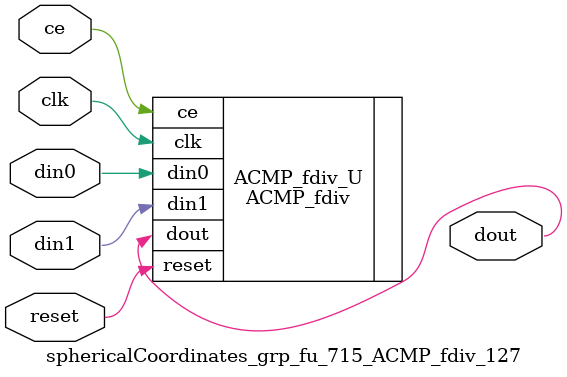
<source format=v>

`timescale 1 ns / 1 ps
module sphericalCoordinates_grp_fu_715_ACMP_fdiv_127(
    clk,
    reset,
    ce,
    din0,
    din1,
    dout);

parameter ID = 32'd1;
parameter NUM_STAGE = 32'd1;
parameter din0_WIDTH = 32'd1;
parameter din1_WIDTH = 32'd1;
parameter dout_WIDTH = 32'd1;
input clk;
input reset;
input ce;
input[din0_WIDTH - 1:0] din0;
input[din1_WIDTH - 1:0] din1;
output[dout_WIDTH - 1:0] dout;



ACMP_fdiv #(
.ID( ID ),
.NUM_STAGE( 10 ),
.din0_WIDTH( din0_WIDTH ),
.din1_WIDTH( din1_WIDTH ),
.dout_WIDTH( dout_WIDTH ))
ACMP_fdiv_U(
    .clk( clk ),
    .reset( reset ),
    .ce( ce ),
    .din0( din0 ),
    .din1( din1 ),
    .dout( dout ));

endmodule

</source>
